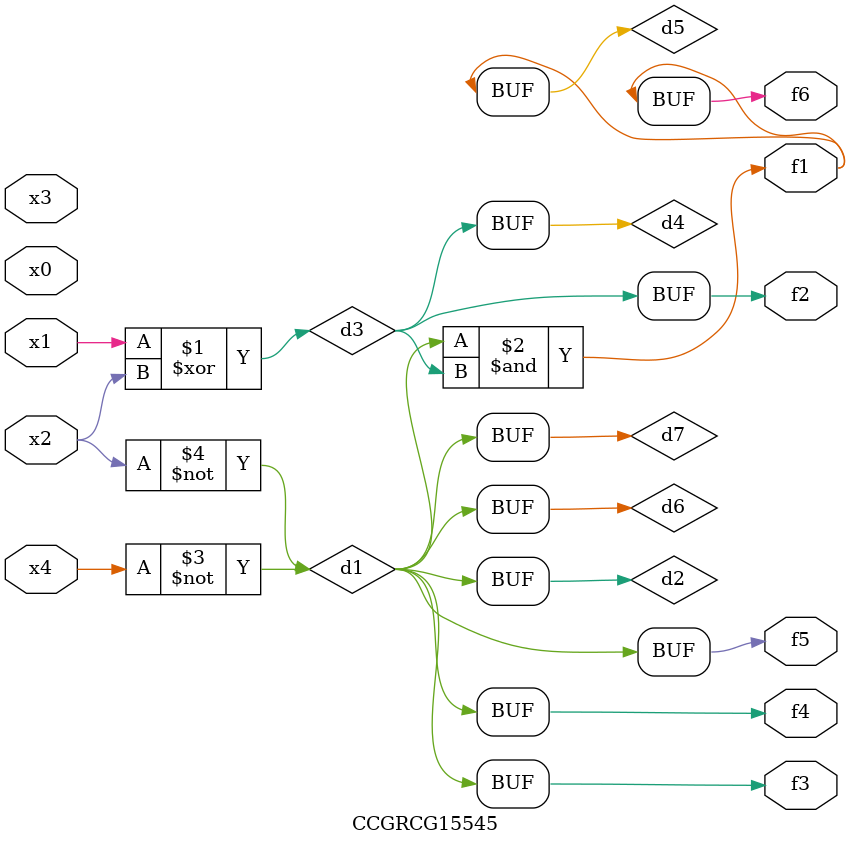
<source format=v>
module CCGRCG15545(
	input x0, x1, x2, x3, x4,
	output f1, f2, f3, f4, f5, f6
);

	wire d1, d2, d3, d4, d5, d6, d7;

	not (d1, x4);
	not (d2, x2);
	xor (d3, x1, x2);
	buf (d4, d3);
	and (d5, d1, d3);
	buf (d6, d1, d2);
	buf (d7, d2);
	assign f1 = d5;
	assign f2 = d4;
	assign f3 = d7;
	assign f4 = d7;
	assign f5 = d7;
	assign f6 = d5;
endmodule

</source>
